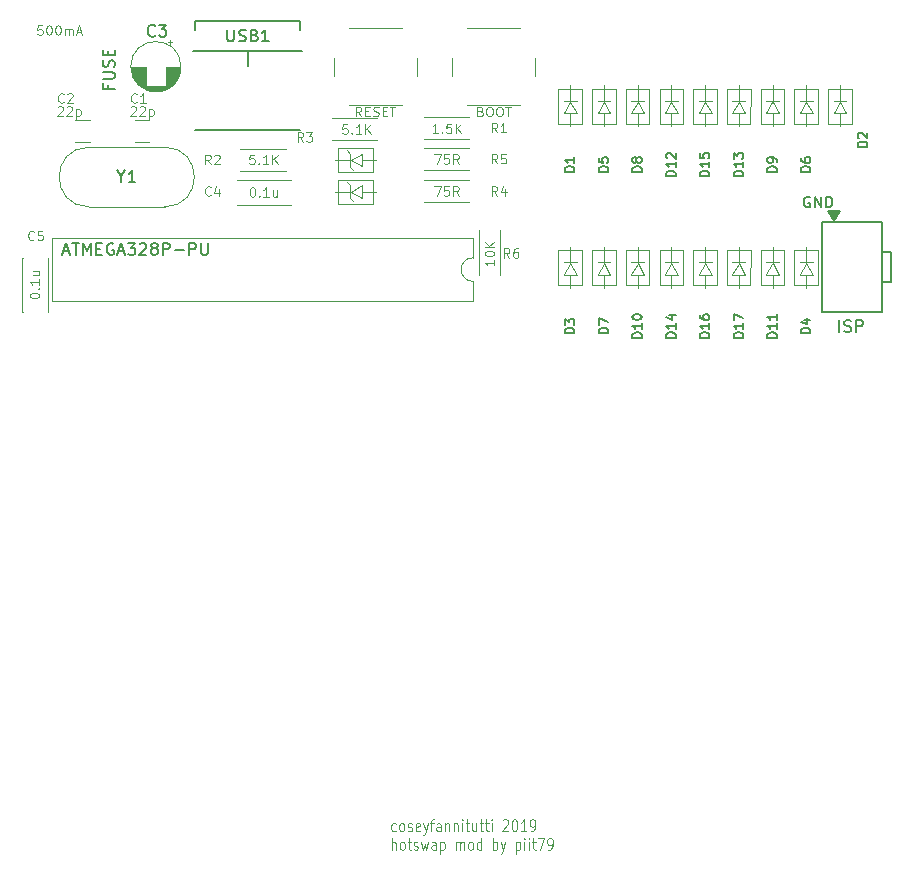
<source format=gbr>
%TF.GenerationSoftware,KiCad,Pcbnew,5.1.7-a382d34a8~88~ubuntu20.04.1*%
%TF.CreationDate,2021-03-29T23:27:39+02:00*%
%TF.ProjectId,discipad-pro,64697363-6970-4616-942d-70726f2e6b69,rev?*%
%TF.SameCoordinates,Original*%
%TF.FileFunction,Legend,Top*%
%TF.FilePolarity,Positive*%
%FSLAX46Y46*%
G04 Gerber Fmt 4.6, Leading zero omitted, Abs format (unit mm)*
G04 Created by KiCad (PCBNEW 5.1.7-a382d34a8~88~ubuntu20.04.1) date 2021-03-29 23:27:39*
%MOMM*%
%LPD*%
G01*
G04 APERTURE LIST*
%ADD10C,0.150000*%
%ADD11C,0.120000*%
%ADD12C,0.100000*%
%ADD13C,0.075000*%
%ADD14C,0.203200*%
%ADD15C,0.200000*%
G04 APERTURE END LIST*
D10*
X177500009Y-41396920D02*
X177500009Y-40396920D01*
X177928580Y-41349301D02*
X178071438Y-41396920D01*
X178309533Y-41396920D01*
X178404771Y-41349301D01*
X178452390Y-41301682D01*
X178500009Y-41206444D01*
X178500009Y-41111206D01*
X178452390Y-41015968D01*
X178404771Y-40968349D01*
X178309533Y-40920730D01*
X178119057Y-40873111D01*
X178023819Y-40825492D01*
X177976200Y-40777873D01*
X177928580Y-40682635D01*
X177928580Y-40587397D01*
X177976200Y-40492159D01*
X178023819Y-40444540D01*
X178119057Y-40396920D01*
X178357152Y-40396920D01*
X178500009Y-40444540D01*
X178928580Y-41396920D02*
X178928580Y-40396920D01*
X179309533Y-40396920D01*
X179404771Y-40444540D01*
X179452390Y-40492159D01*
X179500009Y-40587397D01*
X179500009Y-40730254D01*
X179452390Y-40825492D01*
X179404771Y-40873111D01*
X179309533Y-40920730D01*
X178928580Y-40920730D01*
G36*
X177058889Y-31968237D02*
G01*
X176533959Y-31180842D01*
X177531326Y-31180842D01*
X177058889Y-31968237D01*
G37*
X177058889Y-31968237D02*
X176533959Y-31180842D01*
X177531326Y-31180842D01*
X177058889Y-31968237D01*
X175008356Y-29995940D02*
X174922642Y-29953082D01*
X174794071Y-29953082D01*
X174665499Y-29995940D01*
X174579785Y-30081654D01*
X174536928Y-30167368D01*
X174494071Y-30338797D01*
X174494071Y-30467368D01*
X174536928Y-30638797D01*
X174579785Y-30724511D01*
X174665499Y-30810225D01*
X174794071Y-30853082D01*
X174879785Y-30853082D01*
X175008356Y-30810225D01*
X175051213Y-30767368D01*
X175051213Y-30467368D01*
X174879785Y-30467368D01*
X175436928Y-30853082D02*
X175436928Y-29953082D01*
X175951213Y-30853082D01*
X175951213Y-29953082D01*
X176379785Y-30853082D02*
X176379785Y-29953082D01*
X176594071Y-29953082D01*
X176722642Y-29995940D01*
X176808356Y-30081654D01*
X176851213Y-30167368D01*
X176894071Y-30338797D01*
X176894071Y-30467368D01*
X176851213Y-30638797D01*
X176808356Y-30724511D01*
X176722642Y-30810225D01*
X176594071Y-30853082D01*
X176379785Y-30853082D01*
D11*
X136064831Y-26291931D02*
X135802366Y-26029466D01*
X136324321Y-30340954D02*
X136061856Y-30078489D01*
X136061856Y-28976136D02*
X135799391Y-28713671D01*
X136324321Y-27663811D02*
X136061856Y-27401346D01*
D10*
X111793661Y-34585231D02*
X112269852Y-34585231D01*
X111698423Y-34870945D02*
X112031757Y-33870945D01*
X112365090Y-34870945D01*
X112555566Y-33870945D02*
X113126995Y-33870945D01*
X112841280Y-34870945D02*
X112841280Y-33870945D01*
X113460328Y-34870945D02*
X113460328Y-33870945D01*
X113793661Y-34585231D01*
X114126995Y-33870945D01*
X114126995Y-34870945D01*
X114603185Y-34347136D02*
X114936519Y-34347136D01*
X115079376Y-34870945D02*
X114603185Y-34870945D01*
X114603185Y-33870945D01*
X115079376Y-33870945D01*
X116031757Y-33918565D02*
X115936519Y-33870945D01*
X115793661Y-33870945D01*
X115650804Y-33918565D01*
X115555566Y-34013803D01*
X115507947Y-34109041D01*
X115460328Y-34299517D01*
X115460328Y-34442374D01*
X115507947Y-34632850D01*
X115555566Y-34728088D01*
X115650804Y-34823326D01*
X115793661Y-34870945D01*
X115888899Y-34870945D01*
X116031757Y-34823326D01*
X116079376Y-34775707D01*
X116079376Y-34442374D01*
X115888899Y-34442374D01*
X116460328Y-34585231D02*
X116936519Y-34585231D01*
X116365090Y-34870945D02*
X116698423Y-33870945D01*
X117031757Y-34870945D01*
X117269852Y-33870945D02*
X117888899Y-33870945D01*
X117555566Y-34251898D01*
X117698423Y-34251898D01*
X117793661Y-34299517D01*
X117841280Y-34347136D01*
X117888899Y-34442374D01*
X117888899Y-34680469D01*
X117841280Y-34775707D01*
X117793661Y-34823326D01*
X117698423Y-34870945D01*
X117412709Y-34870945D01*
X117317471Y-34823326D01*
X117269852Y-34775707D01*
X118269852Y-33966184D02*
X118317471Y-33918565D01*
X118412709Y-33870945D01*
X118650804Y-33870945D01*
X118746042Y-33918565D01*
X118793661Y-33966184D01*
X118841280Y-34061422D01*
X118841280Y-34156660D01*
X118793661Y-34299517D01*
X118222233Y-34870945D01*
X118841280Y-34870945D01*
X119412709Y-34299517D02*
X119317471Y-34251898D01*
X119269852Y-34204279D01*
X119222233Y-34109041D01*
X119222233Y-34061422D01*
X119269852Y-33966184D01*
X119317471Y-33918565D01*
X119412709Y-33870945D01*
X119603185Y-33870945D01*
X119698423Y-33918565D01*
X119746042Y-33966184D01*
X119793661Y-34061422D01*
X119793661Y-34109041D01*
X119746042Y-34204279D01*
X119698423Y-34251898D01*
X119603185Y-34299517D01*
X119412709Y-34299517D01*
X119317471Y-34347136D01*
X119269852Y-34394755D01*
X119222233Y-34489993D01*
X119222233Y-34680469D01*
X119269852Y-34775707D01*
X119317471Y-34823326D01*
X119412709Y-34870945D01*
X119603185Y-34870945D01*
X119698423Y-34823326D01*
X119746042Y-34775707D01*
X119793661Y-34680469D01*
X119793661Y-34489993D01*
X119746042Y-34394755D01*
X119698423Y-34347136D01*
X119603185Y-34299517D01*
X120222233Y-34870945D02*
X120222233Y-33870945D01*
X120603185Y-33870945D01*
X120698423Y-33918565D01*
X120746042Y-33966184D01*
X120793661Y-34061422D01*
X120793661Y-34204279D01*
X120746042Y-34299517D01*
X120698423Y-34347136D01*
X120603185Y-34394755D01*
X120222233Y-34394755D01*
X121222233Y-34489993D02*
X121984138Y-34489993D01*
X122460328Y-34870945D02*
X122460328Y-33870945D01*
X122841280Y-33870945D01*
X122936519Y-33918565D01*
X122984138Y-33966184D01*
X123031757Y-34061422D01*
X123031757Y-34204279D01*
X122984138Y-34299517D01*
X122936519Y-34347136D01*
X122841280Y-34394755D01*
X122460328Y-34394755D01*
X123460328Y-33870945D02*
X123460328Y-34680469D01*
X123507947Y-34775707D01*
X123555566Y-34823326D01*
X123650804Y-34870945D01*
X123841280Y-34870945D01*
X123936519Y-34823326D01*
X123984138Y-34775707D01*
X124031757Y-34680469D01*
X124031757Y-33870945D01*
D12*
X147122344Y-22725252D02*
X147236630Y-22763347D01*
X147274725Y-22801442D01*
X147312820Y-22877633D01*
X147312820Y-22991918D01*
X147274725Y-23068109D01*
X147236630Y-23106204D01*
X147160439Y-23144299D01*
X146855678Y-23144299D01*
X146855678Y-22344299D01*
X147122344Y-22344299D01*
X147198535Y-22382395D01*
X147236630Y-22420490D01*
X147274725Y-22496680D01*
X147274725Y-22572871D01*
X147236630Y-22649061D01*
X147198535Y-22687156D01*
X147122344Y-22725252D01*
X146855678Y-22725252D01*
X147808059Y-22344299D02*
X147960439Y-22344299D01*
X148036630Y-22382395D01*
X148112820Y-22458585D01*
X148150916Y-22610966D01*
X148150916Y-22877633D01*
X148112820Y-23030014D01*
X148036630Y-23106204D01*
X147960439Y-23144299D01*
X147808059Y-23144299D01*
X147731868Y-23106204D01*
X147655678Y-23030014D01*
X147617582Y-22877633D01*
X147617582Y-22610966D01*
X147655678Y-22458585D01*
X147731868Y-22382395D01*
X147808059Y-22344299D01*
X148646154Y-22344299D02*
X148798535Y-22344299D01*
X148874725Y-22382395D01*
X148950916Y-22458585D01*
X148989011Y-22610966D01*
X148989011Y-22877633D01*
X148950916Y-23030014D01*
X148874725Y-23106204D01*
X148798535Y-23144299D01*
X148646154Y-23144299D01*
X148569963Y-23106204D01*
X148493773Y-23030014D01*
X148455678Y-22877633D01*
X148455678Y-22610966D01*
X148493773Y-22458585D01*
X148569963Y-22382395D01*
X148646154Y-22344299D01*
X149217582Y-22344299D02*
X149674725Y-22344299D01*
X149446154Y-23144299D02*
X149446154Y-22344299D01*
X137002302Y-23126801D02*
X136735635Y-22745849D01*
X136545159Y-23126801D02*
X136545159Y-22326801D01*
X136849921Y-22326801D01*
X136926111Y-22364897D01*
X136964207Y-22402992D01*
X137002302Y-22479182D01*
X137002302Y-22593468D01*
X136964207Y-22669658D01*
X136926111Y-22707754D01*
X136849921Y-22745849D01*
X136545159Y-22745849D01*
X137345159Y-22707754D02*
X137611826Y-22707754D01*
X137726111Y-23126801D02*
X137345159Y-23126801D01*
X137345159Y-22326801D01*
X137726111Y-22326801D01*
X138030873Y-23088706D02*
X138145159Y-23126801D01*
X138335635Y-23126801D01*
X138411826Y-23088706D01*
X138449921Y-23050611D01*
X138488016Y-22974420D01*
X138488016Y-22898230D01*
X138449921Y-22822039D01*
X138411826Y-22783944D01*
X138335635Y-22745849D01*
X138183254Y-22707754D01*
X138107064Y-22669658D01*
X138068968Y-22631563D01*
X138030873Y-22555373D01*
X138030873Y-22479182D01*
X138068968Y-22402992D01*
X138107064Y-22364897D01*
X138183254Y-22326801D01*
X138373730Y-22326801D01*
X138488016Y-22364897D01*
X138830873Y-22707754D02*
X139097540Y-22707754D01*
X139211826Y-23126801D02*
X138830873Y-23126801D01*
X138830873Y-22326801D01*
X139211826Y-22326801D01*
X139440397Y-22326801D02*
X139897540Y-22326801D01*
X139668968Y-23126801D02*
X139668968Y-22326801D01*
D13*
X139953576Y-83616754D02*
X139877385Y-83664373D01*
X139725004Y-83664373D01*
X139648814Y-83616754D01*
X139610719Y-83569135D01*
X139572623Y-83473897D01*
X139572623Y-83188183D01*
X139610719Y-83092945D01*
X139648814Y-83045326D01*
X139725004Y-82997707D01*
X139877385Y-82997707D01*
X139953576Y-83045326D01*
X140410719Y-83664373D02*
X140334528Y-83616754D01*
X140296433Y-83569135D01*
X140258338Y-83473897D01*
X140258338Y-83188183D01*
X140296433Y-83092945D01*
X140334528Y-83045326D01*
X140410719Y-82997707D01*
X140525004Y-82997707D01*
X140601195Y-83045326D01*
X140639290Y-83092945D01*
X140677385Y-83188183D01*
X140677385Y-83473897D01*
X140639290Y-83569135D01*
X140601195Y-83616754D01*
X140525004Y-83664373D01*
X140410719Y-83664373D01*
X140982147Y-83616754D02*
X141058338Y-83664373D01*
X141210719Y-83664373D01*
X141286909Y-83616754D01*
X141325004Y-83521516D01*
X141325004Y-83473897D01*
X141286909Y-83378659D01*
X141210719Y-83331040D01*
X141096433Y-83331040D01*
X141020243Y-83283421D01*
X140982147Y-83188183D01*
X140982147Y-83140564D01*
X141020243Y-83045326D01*
X141096433Y-82997707D01*
X141210719Y-82997707D01*
X141286909Y-83045326D01*
X141972623Y-83616754D02*
X141896433Y-83664373D01*
X141744052Y-83664373D01*
X141667862Y-83616754D01*
X141629766Y-83521516D01*
X141629766Y-83140564D01*
X141667862Y-83045326D01*
X141744052Y-82997707D01*
X141896433Y-82997707D01*
X141972623Y-83045326D01*
X142010719Y-83140564D01*
X142010719Y-83235802D01*
X141629766Y-83331040D01*
X142277385Y-82997707D02*
X142467862Y-83664373D01*
X142658338Y-82997707D02*
X142467862Y-83664373D01*
X142391671Y-83902469D01*
X142353576Y-83950088D01*
X142277385Y-83997707D01*
X142848814Y-82997707D02*
X143153576Y-82997707D01*
X142963100Y-83664373D02*
X142963100Y-82807231D01*
X143001195Y-82711993D01*
X143077385Y-82664373D01*
X143153576Y-82664373D01*
X143763100Y-83664373D02*
X143763100Y-83140564D01*
X143725004Y-83045326D01*
X143648814Y-82997707D01*
X143496433Y-82997707D01*
X143420243Y-83045326D01*
X143763100Y-83616754D02*
X143686909Y-83664373D01*
X143496433Y-83664373D01*
X143420243Y-83616754D01*
X143382147Y-83521516D01*
X143382147Y-83426278D01*
X143420243Y-83331040D01*
X143496433Y-83283421D01*
X143686909Y-83283421D01*
X143763100Y-83235802D01*
X144144052Y-82997707D02*
X144144052Y-83664373D01*
X144144052Y-83092945D02*
X144182147Y-83045326D01*
X144258338Y-82997707D01*
X144372623Y-82997707D01*
X144448814Y-83045326D01*
X144486909Y-83140564D01*
X144486909Y-83664373D01*
X144867862Y-82997707D02*
X144867862Y-83664373D01*
X144867862Y-83092945D02*
X144905957Y-83045326D01*
X144982147Y-82997707D01*
X145096433Y-82997707D01*
X145172623Y-83045326D01*
X145210719Y-83140564D01*
X145210719Y-83664373D01*
X145591671Y-83664373D02*
X145591671Y-82997707D01*
X145591671Y-82664373D02*
X145553576Y-82711993D01*
X145591671Y-82759612D01*
X145629766Y-82711993D01*
X145591671Y-82664373D01*
X145591671Y-82759612D01*
X145858338Y-82997707D02*
X146163100Y-82997707D01*
X145972623Y-82664373D02*
X145972623Y-83521516D01*
X146010719Y-83616754D01*
X146086909Y-83664373D01*
X146163100Y-83664373D01*
X146772623Y-82997707D02*
X146772623Y-83664373D01*
X146429766Y-82997707D02*
X146429766Y-83521516D01*
X146467862Y-83616754D01*
X146544052Y-83664373D01*
X146658338Y-83664373D01*
X146734528Y-83616754D01*
X146772623Y-83569135D01*
X147039290Y-82997707D02*
X147344052Y-82997707D01*
X147153576Y-82664373D02*
X147153576Y-83521516D01*
X147191671Y-83616754D01*
X147267862Y-83664373D01*
X147344052Y-83664373D01*
X147496433Y-82997707D02*
X147801195Y-82997707D01*
X147610719Y-82664373D02*
X147610719Y-83521516D01*
X147648814Y-83616754D01*
X147725004Y-83664373D01*
X147801195Y-83664373D01*
X148067862Y-83664373D02*
X148067862Y-82997707D01*
X148067862Y-82664373D02*
X148029766Y-82711993D01*
X148067862Y-82759612D01*
X148105957Y-82711993D01*
X148067862Y-82664373D01*
X148067862Y-82759612D01*
X149020243Y-82759612D02*
X149058338Y-82711993D01*
X149134528Y-82664373D01*
X149325004Y-82664373D01*
X149401195Y-82711993D01*
X149439290Y-82759612D01*
X149477385Y-82854850D01*
X149477385Y-82950088D01*
X149439290Y-83092945D01*
X148982147Y-83664373D01*
X149477385Y-83664373D01*
X149972623Y-82664373D02*
X150048814Y-82664373D01*
X150125004Y-82711993D01*
X150163100Y-82759612D01*
X150201195Y-82854850D01*
X150239290Y-83045326D01*
X150239290Y-83283421D01*
X150201195Y-83473897D01*
X150163100Y-83569135D01*
X150125004Y-83616754D01*
X150048814Y-83664373D01*
X149972623Y-83664373D01*
X149896433Y-83616754D01*
X149858338Y-83569135D01*
X149820243Y-83473897D01*
X149782147Y-83283421D01*
X149782147Y-83045326D01*
X149820243Y-82854850D01*
X149858338Y-82759612D01*
X149896433Y-82711993D01*
X149972623Y-82664373D01*
X151001195Y-83664373D02*
X150544052Y-83664373D01*
X150772623Y-83664373D02*
X150772623Y-82664373D01*
X150696433Y-82807231D01*
X150620243Y-82902469D01*
X150544052Y-82950088D01*
X151382147Y-83664373D02*
X151534528Y-83664373D01*
X151610719Y-83616754D01*
X151648814Y-83569135D01*
X151725004Y-83426278D01*
X151763100Y-83235802D01*
X151763100Y-82854850D01*
X151725004Y-82759612D01*
X151686909Y-82711993D01*
X151610719Y-82664373D01*
X151458338Y-82664373D01*
X151382147Y-82711993D01*
X151344052Y-82759612D01*
X151305957Y-82854850D01*
X151305957Y-83092945D01*
X151344052Y-83188183D01*
X151382147Y-83235802D01*
X151458338Y-83283421D01*
X151610719Y-83283421D01*
X151686909Y-83235802D01*
X151725004Y-83188183D01*
X151763100Y-83092945D01*
X139610719Y-85239373D02*
X139610719Y-84239373D01*
X139953576Y-85239373D02*
X139953576Y-84715564D01*
X139915481Y-84620326D01*
X139839290Y-84572707D01*
X139725004Y-84572707D01*
X139648814Y-84620326D01*
X139610719Y-84667945D01*
X140448814Y-85239373D02*
X140372623Y-85191754D01*
X140334528Y-85144135D01*
X140296433Y-85048897D01*
X140296433Y-84763183D01*
X140334528Y-84667945D01*
X140372623Y-84620326D01*
X140448814Y-84572707D01*
X140563100Y-84572707D01*
X140639290Y-84620326D01*
X140677385Y-84667945D01*
X140715481Y-84763183D01*
X140715481Y-85048897D01*
X140677385Y-85144135D01*
X140639290Y-85191754D01*
X140563100Y-85239373D01*
X140448814Y-85239373D01*
X140944052Y-84572707D02*
X141248814Y-84572707D01*
X141058338Y-84239373D02*
X141058338Y-85096516D01*
X141096433Y-85191754D01*
X141172623Y-85239373D01*
X141248814Y-85239373D01*
X141477385Y-85191754D02*
X141553576Y-85239373D01*
X141705957Y-85239373D01*
X141782147Y-85191754D01*
X141820243Y-85096516D01*
X141820243Y-85048897D01*
X141782147Y-84953659D01*
X141705957Y-84906040D01*
X141591671Y-84906040D01*
X141515481Y-84858421D01*
X141477385Y-84763183D01*
X141477385Y-84715564D01*
X141515481Y-84620326D01*
X141591671Y-84572707D01*
X141705957Y-84572707D01*
X141782147Y-84620326D01*
X142086909Y-84572707D02*
X142239290Y-85239373D01*
X142391671Y-84763183D01*
X142544052Y-85239373D01*
X142696433Y-84572707D01*
X143344052Y-85239373D02*
X143344052Y-84715564D01*
X143305957Y-84620326D01*
X143229766Y-84572707D01*
X143077385Y-84572707D01*
X143001195Y-84620326D01*
X143344052Y-85191754D02*
X143267862Y-85239373D01*
X143077385Y-85239373D01*
X143001195Y-85191754D01*
X142963100Y-85096516D01*
X142963100Y-85001278D01*
X143001195Y-84906040D01*
X143077385Y-84858421D01*
X143267862Y-84858421D01*
X143344052Y-84810802D01*
X143725004Y-84572707D02*
X143725004Y-85572707D01*
X143725004Y-84620326D02*
X143801195Y-84572707D01*
X143953576Y-84572707D01*
X144029766Y-84620326D01*
X144067862Y-84667945D01*
X144105957Y-84763183D01*
X144105957Y-85048897D01*
X144067862Y-85144135D01*
X144029766Y-85191754D01*
X143953576Y-85239373D01*
X143801195Y-85239373D01*
X143725004Y-85191754D01*
X145058338Y-85239373D02*
X145058338Y-84572707D01*
X145058338Y-84667945D02*
X145096433Y-84620326D01*
X145172623Y-84572707D01*
X145286909Y-84572707D01*
X145363100Y-84620326D01*
X145401195Y-84715564D01*
X145401195Y-85239373D01*
X145401195Y-84715564D02*
X145439290Y-84620326D01*
X145515481Y-84572707D01*
X145629766Y-84572707D01*
X145705957Y-84620326D01*
X145744052Y-84715564D01*
X145744052Y-85239373D01*
X146239290Y-85239373D02*
X146163100Y-85191754D01*
X146125004Y-85144135D01*
X146086909Y-85048897D01*
X146086909Y-84763183D01*
X146125004Y-84667945D01*
X146163100Y-84620326D01*
X146239290Y-84572707D01*
X146353576Y-84572707D01*
X146429766Y-84620326D01*
X146467862Y-84667945D01*
X146505957Y-84763183D01*
X146505957Y-85048897D01*
X146467862Y-85144135D01*
X146429766Y-85191754D01*
X146353576Y-85239373D01*
X146239290Y-85239373D01*
X147191671Y-85239373D02*
X147191671Y-84239373D01*
X147191671Y-85191754D02*
X147115481Y-85239373D01*
X146963100Y-85239373D01*
X146886909Y-85191754D01*
X146848814Y-85144135D01*
X146810719Y-85048897D01*
X146810719Y-84763183D01*
X146848814Y-84667945D01*
X146886909Y-84620326D01*
X146963100Y-84572707D01*
X147115481Y-84572707D01*
X147191671Y-84620326D01*
X148182147Y-85239373D02*
X148182147Y-84239373D01*
X148182147Y-84620326D02*
X148258338Y-84572707D01*
X148410719Y-84572707D01*
X148486909Y-84620326D01*
X148525004Y-84667945D01*
X148563100Y-84763183D01*
X148563100Y-85048897D01*
X148525004Y-85144135D01*
X148486909Y-85191754D01*
X148410719Y-85239373D01*
X148258338Y-85239373D01*
X148182147Y-85191754D01*
X148829766Y-84572707D02*
X149020243Y-85239373D01*
X149210719Y-84572707D02*
X149020243Y-85239373D01*
X148944052Y-85477469D01*
X148905957Y-85525088D01*
X148829766Y-85572707D01*
X150125004Y-84572707D02*
X150125004Y-85572707D01*
X150125004Y-84620326D02*
X150201195Y-84572707D01*
X150353576Y-84572707D01*
X150429766Y-84620326D01*
X150467862Y-84667945D01*
X150505957Y-84763183D01*
X150505957Y-85048897D01*
X150467862Y-85144135D01*
X150429766Y-85191754D01*
X150353576Y-85239373D01*
X150201195Y-85239373D01*
X150125004Y-85191754D01*
X150848814Y-85239373D02*
X150848814Y-84572707D01*
X150848814Y-84239373D02*
X150810719Y-84286993D01*
X150848814Y-84334612D01*
X150886909Y-84286993D01*
X150848814Y-84239373D01*
X150848814Y-84334612D01*
X151229766Y-85239373D02*
X151229766Y-84572707D01*
X151229766Y-84239373D02*
X151191671Y-84286993D01*
X151229766Y-84334612D01*
X151267862Y-84286993D01*
X151229766Y-84239373D01*
X151229766Y-84334612D01*
X151496433Y-84572707D02*
X151801195Y-84572707D01*
X151610719Y-84239373D02*
X151610719Y-85096516D01*
X151648814Y-85191754D01*
X151725004Y-85239373D01*
X151801195Y-85239373D01*
X151991671Y-84239373D02*
X152525004Y-84239373D01*
X152182147Y-85239373D01*
X152867862Y-85239373D02*
X153020243Y-85239373D01*
X153096433Y-85191754D01*
X153134528Y-85144135D01*
X153210719Y-85001278D01*
X153248814Y-84810802D01*
X153248814Y-84429850D01*
X153210719Y-84334612D01*
X153172623Y-84286993D01*
X153096433Y-84239373D01*
X152944052Y-84239373D01*
X152867862Y-84286993D01*
X152829766Y-84334612D01*
X152791671Y-84429850D01*
X152791671Y-84667945D01*
X152829766Y-84763183D01*
X152867862Y-84810802D01*
X152944052Y-84858421D01*
X153096433Y-84858421D01*
X153172623Y-84810802D01*
X153210719Y-84763183D01*
X153248814Y-84667945D01*
D11*
X151720929Y-19693091D02*
X151720929Y-18193091D01*
X150470929Y-15693091D02*
X145970929Y-15693091D01*
X144720929Y-18193091D02*
X144720929Y-19693091D01*
X145970929Y-22193091D02*
X150470929Y-22193091D01*
X176550923Y-20797330D02*
X176550923Y-23767330D01*
X178550923Y-20787330D02*
X178540923Y-23777330D01*
X176550923Y-23777330D02*
X178540923Y-23777330D01*
X177560923Y-23987330D02*
X177560923Y-22867330D01*
X177560923Y-20527330D02*
X177560923Y-21807330D01*
X176550923Y-20787330D02*
X178550923Y-20787330D01*
X177560923Y-21917330D02*
X178100923Y-22867330D01*
X177550923Y-21927330D02*
X177020923Y-22837330D01*
X177020923Y-22867330D02*
X178100923Y-22867330D01*
X177020923Y-21817330D02*
X178100923Y-21817330D01*
X173696610Y-34478743D02*
X173696610Y-37448743D01*
X175696610Y-34468743D02*
X175686610Y-37458743D01*
X173696610Y-37458743D02*
X175686610Y-37458743D01*
X174706610Y-37668743D02*
X174706610Y-36548743D01*
X174706610Y-34208743D02*
X174706610Y-35488743D01*
X173696610Y-34468743D02*
X175696610Y-34468743D01*
X174706610Y-35598743D02*
X175246610Y-36548743D01*
X174696610Y-35608743D02*
X174166610Y-36518743D01*
X174166610Y-36548743D02*
X175246610Y-36548743D01*
X174166610Y-35498743D02*
X175246610Y-35498743D01*
X170842297Y-34478743D02*
X170842297Y-37448743D01*
X172842297Y-34468743D02*
X172832297Y-37458743D01*
X170842297Y-37458743D02*
X172832297Y-37458743D01*
X171852297Y-37668743D02*
X171852297Y-36548743D01*
X171852297Y-34208743D02*
X171852297Y-35488743D01*
X170842297Y-34468743D02*
X172842297Y-34468743D01*
X171852297Y-35598743D02*
X172392297Y-36548743D01*
X171842297Y-35608743D02*
X171312297Y-36518743D01*
X171312297Y-36548743D02*
X172392297Y-36548743D01*
X171312297Y-35498743D02*
X172392297Y-35498743D01*
X167987991Y-34478743D02*
X167987991Y-37448743D01*
X169987991Y-34468743D02*
X169977991Y-37458743D01*
X167987991Y-37458743D02*
X169977991Y-37458743D01*
X168997991Y-37668743D02*
X168997991Y-36548743D01*
X168997991Y-34208743D02*
X168997991Y-35488743D01*
X167987991Y-34468743D02*
X169987991Y-34468743D01*
X168997991Y-35598743D02*
X169537991Y-36548743D01*
X168987991Y-35608743D02*
X168457991Y-36518743D01*
X168457991Y-36548743D02*
X169537991Y-36548743D01*
X168457991Y-35498743D02*
X169537991Y-35498743D01*
X165133685Y-34478743D02*
X165133685Y-37448743D01*
X167133685Y-34468743D02*
X167123685Y-37458743D01*
X165133685Y-37458743D02*
X167123685Y-37458743D01*
X166143685Y-37668743D02*
X166143685Y-36548743D01*
X166143685Y-34208743D02*
X166143685Y-35488743D01*
X165133685Y-34468743D02*
X167133685Y-34468743D01*
X166143685Y-35598743D02*
X166683685Y-36548743D01*
X166133685Y-35608743D02*
X165603685Y-36518743D01*
X165603685Y-36548743D02*
X166683685Y-36548743D01*
X165603685Y-35498743D02*
X166683685Y-35498743D01*
X162279379Y-34478743D02*
X162279379Y-37448743D01*
X164279379Y-34468743D02*
X164269379Y-37458743D01*
X162279379Y-37458743D02*
X164269379Y-37458743D01*
X163289379Y-37668743D02*
X163289379Y-36548743D01*
X163289379Y-34208743D02*
X163289379Y-35488743D01*
X162279379Y-34468743D02*
X164279379Y-34468743D01*
X163289379Y-35598743D02*
X163829379Y-36548743D01*
X163279379Y-35608743D02*
X162749379Y-36518743D01*
X162749379Y-36548743D02*
X163829379Y-36548743D01*
X162749379Y-35498743D02*
X163829379Y-35498743D01*
X159425073Y-34478743D02*
X159425073Y-37448743D01*
X161425073Y-34468743D02*
X161415073Y-37458743D01*
X159425073Y-37458743D02*
X161415073Y-37458743D01*
X160435073Y-37668743D02*
X160435073Y-36548743D01*
X160435073Y-34208743D02*
X160435073Y-35488743D01*
X159425073Y-34468743D02*
X161425073Y-34468743D01*
X160435073Y-35598743D02*
X160975073Y-36548743D01*
X160425073Y-35608743D02*
X159895073Y-36518743D01*
X159895073Y-36548743D02*
X160975073Y-36548743D01*
X159895073Y-35498743D02*
X160975073Y-35498743D01*
X156570767Y-34478743D02*
X156570767Y-37448743D01*
X158570767Y-34468743D02*
X158560767Y-37458743D01*
X156570767Y-37458743D02*
X158560767Y-37458743D01*
X157580767Y-37668743D02*
X157580767Y-36548743D01*
X157580767Y-34208743D02*
X157580767Y-35488743D01*
X156570767Y-34468743D02*
X158570767Y-34468743D01*
X157580767Y-35598743D02*
X158120767Y-36548743D01*
X157570767Y-35608743D02*
X157040767Y-36518743D01*
X157040767Y-36548743D02*
X158120767Y-36548743D01*
X157040767Y-35498743D02*
X158120767Y-35498743D01*
X153716461Y-34478743D02*
X153716461Y-37448743D01*
X155716461Y-34468743D02*
X155706461Y-37458743D01*
X153716461Y-37458743D02*
X155706461Y-37458743D01*
X154726461Y-37668743D02*
X154726461Y-36548743D01*
X154726461Y-34208743D02*
X154726461Y-35488743D01*
X153716461Y-34468743D02*
X155716461Y-34468743D01*
X154726461Y-35598743D02*
X155266461Y-36548743D01*
X154716461Y-35608743D02*
X154186461Y-36518743D01*
X154186461Y-36548743D02*
X155266461Y-36548743D01*
X154186461Y-35498743D02*
X155266461Y-35498743D01*
X173696610Y-20797330D02*
X173696610Y-23767330D01*
X175696610Y-20787330D02*
X175686610Y-23777330D01*
X173696610Y-23777330D02*
X175686610Y-23777330D01*
X174706610Y-23987330D02*
X174706610Y-22867330D01*
X174706610Y-20527330D02*
X174706610Y-21807330D01*
X173696610Y-20787330D02*
X175696610Y-20787330D01*
X174706610Y-21917330D02*
X175246610Y-22867330D01*
X174696610Y-21927330D02*
X174166610Y-22837330D01*
X174166610Y-22867330D02*
X175246610Y-22867330D01*
X174166610Y-21817330D02*
X175246610Y-21817330D01*
X170842297Y-20797330D02*
X170842297Y-23767330D01*
X172842297Y-20787330D02*
X172832297Y-23777330D01*
X170842297Y-23777330D02*
X172832297Y-23777330D01*
X171852297Y-23987330D02*
X171852297Y-22867330D01*
X171852297Y-20527330D02*
X171852297Y-21807330D01*
X170842297Y-20787330D02*
X172842297Y-20787330D01*
X171852297Y-21917330D02*
X172392297Y-22867330D01*
X171842297Y-21927330D02*
X171312297Y-22837330D01*
X171312297Y-22867330D02*
X172392297Y-22867330D01*
X171312297Y-21817330D02*
X172392297Y-21817330D01*
X167987991Y-20797330D02*
X167987991Y-23767330D01*
X169987991Y-20787330D02*
X169977991Y-23777330D01*
X167987991Y-23777330D02*
X169977991Y-23777330D01*
X168997991Y-23987330D02*
X168997991Y-22867330D01*
X168997991Y-20527330D02*
X168997991Y-21807330D01*
X167987991Y-20787330D02*
X169987991Y-20787330D01*
X168997991Y-21917330D02*
X169537991Y-22867330D01*
X168987991Y-21927330D02*
X168457991Y-22837330D01*
X168457991Y-22867330D02*
X169537991Y-22867330D01*
X168457991Y-21817330D02*
X169537991Y-21817330D01*
X165133685Y-20797330D02*
X165133685Y-23767330D01*
X167133685Y-20787330D02*
X167123685Y-23777330D01*
X165133685Y-23777330D02*
X167123685Y-23777330D01*
X166143685Y-23987330D02*
X166143685Y-22867330D01*
X166143685Y-20527330D02*
X166143685Y-21807330D01*
X165133685Y-20787330D02*
X167133685Y-20787330D01*
X166143685Y-21917330D02*
X166683685Y-22867330D01*
X166133685Y-21927330D02*
X165603685Y-22837330D01*
X165603685Y-22867330D02*
X166683685Y-22867330D01*
X165603685Y-21817330D02*
X166683685Y-21817330D01*
X162279379Y-20797330D02*
X162279379Y-23767330D01*
X164279379Y-20787330D02*
X164269379Y-23777330D01*
X162279379Y-23777330D02*
X164269379Y-23777330D01*
X163289379Y-23987330D02*
X163289379Y-22867330D01*
X163289379Y-20527330D02*
X163289379Y-21807330D01*
X162279379Y-20787330D02*
X164279379Y-20787330D01*
X163289379Y-21917330D02*
X163829379Y-22867330D01*
X163279379Y-21927330D02*
X162749379Y-22837330D01*
X162749379Y-22867330D02*
X163829379Y-22867330D01*
X162749379Y-21817330D02*
X163829379Y-21817330D01*
X159425073Y-20797330D02*
X159425073Y-23767330D01*
X161425073Y-20787330D02*
X161415073Y-23777330D01*
X159425073Y-23777330D02*
X161415073Y-23777330D01*
X160435073Y-23987330D02*
X160435073Y-22867330D01*
X160435073Y-20527330D02*
X160435073Y-21807330D01*
X159425073Y-20787330D02*
X161425073Y-20787330D01*
X160435073Y-21917330D02*
X160975073Y-22867330D01*
X160425073Y-21927330D02*
X159895073Y-22837330D01*
X159895073Y-22867330D02*
X160975073Y-22867330D01*
X159895073Y-21817330D02*
X160975073Y-21817330D01*
X156570767Y-20797330D02*
X156570767Y-23767330D01*
X158570767Y-20787330D02*
X158560767Y-23777330D01*
X156570767Y-23777330D02*
X158560767Y-23777330D01*
X157580767Y-23987330D02*
X157580767Y-22867330D01*
X157580767Y-20527330D02*
X157580767Y-21807330D01*
X156570767Y-20787330D02*
X158570767Y-20787330D01*
X157580767Y-21917330D02*
X158120767Y-22867330D01*
X157570767Y-21927330D02*
X157040767Y-22837330D01*
X157040767Y-22867330D02*
X158120767Y-22867330D01*
X157040767Y-21817330D02*
X158120767Y-21817330D01*
X153716461Y-20797330D02*
X153716461Y-23767330D01*
X155716461Y-20787330D02*
X155706461Y-23777330D01*
X153716461Y-23777330D02*
X155706461Y-23777330D01*
X154726461Y-23987330D02*
X154726461Y-22867330D01*
X154726461Y-20527330D02*
X154726461Y-21807330D01*
X153716461Y-20787330D02*
X155716461Y-20787330D01*
X154726461Y-21917330D02*
X155266461Y-22867330D01*
X154716461Y-21927330D02*
X154186461Y-22837330D01*
X154186461Y-22867330D02*
X155266461Y-22867330D01*
X154186461Y-21817330D02*
X155266461Y-21817330D01*
X135044831Y-30536623D02*
X138014831Y-30536623D01*
X135034831Y-28536623D02*
X138024831Y-28546623D01*
X138024831Y-30536623D02*
X138024831Y-28546623D01*
X138234831Y-29526623D02*
X137114831Y-29526623D01*
X134774831Y-29526623D02*
X136054831Y-29526623D01*
X135034831Y-30536623D02*
X135034831Y-28536623D01*
X136164831Y-29526623D02*
X137114831Y-28986623D01*
X136174831Y-29536623D02*
X137084831Y-30066623D01*
X137114831Y-30066623D02*
X137114831Y-28986623D01*
X136064831Y-30066623D02*
X136064831Y-28986623D01*
X135044831Y-27841931D02*
X138014831Y-27841931D01*
X135034831Y-25841931D02*
X138024831Y-25851931D01*
X138024831Y-27841931D02*
X138024831Y-25851931D01*
X138234831Y-26831931D02*
X137114831Y-26831931D01*
X134774831Y-26831931D02*
X136054831Y-26831931D01*
X135034831Y-27841931D02*
X135034831Y-25841931D01*
X136164831Y-26831931D02*
X137114831Y-26291931D01*
X136174831Y-26841931D02*
X137084831Y-27371931D01*
X137114831Y-27371931D02*
X137114831Y-26291931D01*
X136064831Y-27371931D02*
X136064831Y-26291931D01*
X117840101Y-23489709D02*
X119098101Y-23489709D01*
X117840101Y-25329709D02*
X119098101Y-25329709D01*
X114043393Y-23472211D02*
X112785393Y-23472211D01*
X114043393Y-25312211D02*
X112785393Y-25312211D01*
X121753825Y-18930421D02*
G75*
G03*
X121753825Y-18930421I-2120000J0D01*
G01*
X118793825Y-18930421D02*
X117553825Y-18930421D01*
X121713825Y-18930421D02*
X120473825Y-18930421D01*
X118793825Y-18970421D02*
X117553825Y-18970421D01*
X121713825Y-18970421D02*
X120473825Y-18970421D01*
X118793825Y-19010421D02*
X117554825Y-19010421D01*
X121712825Y-19010421D02*
X120473825Y-19010421D01*
X121710825Y-19050421D02*
X120473825Y-19050421D01*
X118793825Y-19050421D02*
X117556825Y-19050421D01*
X121707825Y-19090421D02*
X120473825Y-19090421D01*
X118793825Y-19090421D02*
X117559825Y-19090421D01*
X121704825Y-19130421D02*
X120473825Y-19130421D01*
X118793825Y-19130421D02*
X117562825Y-19130421D01*
X121700825Y-19170421D02*
X120473825Y-19170421D01*
X118793825Y-19170421D02*
X117566825Y-19170421D01*
X121695825Y-19210421D02*
X120473825Y-19210421D01*
X118793825Y-19210421D02*
X117571825Y-19210421D01*
X121689825Y-19250421D02*
X120473825Y-19250421D01*
X118793825Y-19250421D02*
X117577825Y-19250421D01*
X121683825Y-19290421D02*
X120473825Y-19290421D01*
X118793825Y-19290421D02*
X117583825Y-19290421D01*
X121675825Y-19330421D02*
X120473825Y-19330421D01*
X118793825Y-19330421D02*
X117591825Y-19330421D01*
X121667825Y-19370421D02*
X120473825Y-19370421D01*
X118793825Y-19370421D02*
X117599825Y-19370421D01*
X121658825Y-19410421D02*
X120473825Y-19410421D01*
X118793825Y-19410421D02*
X117608825Y-19410421D01*
X121649825Y-19450421D02*
X120473825Y-19450421D01*
X118793825Y-19450421D02*
X117617825Y-19450421D01*
X121638825Y-19490421D02*
X120473825Y-19490421D01*
X118793825Y-19490421D02*
X117628825Y-19490421D01*
X121627825Y-19530421D02*
X120473825Y-19530421D01*
X118793825Y-19530421D02*
X117639825Y-19530421D01*
X121615825Y-19570421D02*
X120473825Y-19570421D01*
X118793825Y-19570421D02*
X117651825Y-19570421D01*
X121601825Y-19610421D02*
X120473825Y-19610421D01*
X118793825Y-19610421D02*
X117665825Y-19610421D01*
X121587825Y-19651421D02*
X120473825Y-19651421D01*
X118793825Y-19651421D02*
X117679825Y-19651421D01*
X121573825Y-19691421D02*
X120473825Y-19691421D01*
X118793825Y-19691421D02*
X117693825Y-19691421D01*
X121557825Y-19731421D02*
X120473825Y-19731421D01*
X118793825Y-19731421D02*
X117709825Y-19731421D01*
X121540825Y-19771421D02*
X120473825Y-19771421D01*
X118793825Y-19771421D02*
X117726825Y-19771421D01*
X121522825Y-19811421D02*
X120473825Y-19811421D01*
X118793825Y-19811421D02*
X117744825Y-19811421D01*
X121503825Y-19851421D02*
X120473825Y-19851421D01*
X118793825Y-19851421D02*
X117763825Y-19851421D01*
X121484825Y-19891421D02*
X120473825Y-19891421D01*
X118793825Y-19891421D02*
X117782825Y-19891421D01*
X121463825Y-19931421D02*
X120473825Y-19931421D01*
X118793825Y-19931421D02*
X117803825Y-19931421D01*
X121441825Y-19971421D02*
X120473825Y-19971421D01*
X118793825Y-19971421D02*
X117825825Y-19971421D01*
X121418825Y-20011421D02*
X120473825Y-20011421D01*
X118793825Y-20011421D02*
X117848825Y-20011421D01*
X121393825Y-20051421D02*
X120473825Y-20051421D01*
X118793825Y-20051421D02*
X117873825Y-20051421D01*
X121368825Y-20091421D02*
X120473825Y-20091421D01*
X118793825Y-20091421D02*
X117898825Y-20091421D01*
X121341825Y-20131421D02*
X120473825Y-20131421D01*
X118793825Y-20131421D02*
X117925825Y-20131421D01*
X121313825Y-20171421D02*
X120473825Y-20171421D01*
X118793825Y-20171421D02*
X117953825Y-20171421D01*
X121283825Y-20211421D02*
X120473825Y-20211421D01*
X118793825Y-20211421D02*
X117983825Y-20211421D01*
X121252825Y-20251421D02*
X120473825Y-20251421D01*
X118793825Y-20251421D02*
X118014825Y-20251421D01*
X121220825Y-20291421D02*
X120473825Y-20291421D01*
X118793825Y-20291421D02*
X118046825Y-20291421D01*
X121185825Y-20331421D02*
X120473825Y-20331421D01*
X118793825Y-20331421D02*
X118081825Y-20331421D01*
X121149825Y-20371421D02*
X120473825Y-20371421D01*
X118793825Y-20371421D02*
X118117825Y-20371421D01*
X121111825Y-20411421D02*
X120473825Y-20411421D01*
X118793825Y-20411421D02*
X118155825Y-20411421D01*
X121071825Y-20451421D02*
X120473825Y-20451421D01*
X118793825Y-20451421D02*
X118195825Y-20451421D01*
X121029825Y-20491421D02*
X120473825Y-20491421D01*
X118793825Y-20491421D02*
X118237825Y-20491421D01*
X120984825Y-20531421D02*
X118282825Y-20531421D01*
X120937825Y-20571421D02*
X118329825Y-20571421D01*
X120887825Y-20611421D02*
X118379825Y-20611421D01*
X120833825Y-20651421D02*
X118433825Y-20651421D01*
X120775825Y-20691421D02*
X118491825Y-20691421D01*
X120713825Y-20731421D02*
X118553825Y-20731421D01*
X120646825Y-20771421D02*
X118620825Y-20771421D01*
X120573825Y-20811421D02*
X118693825Y-20811421D01*
X120492825Y-20851421D02*
X118774825Y-20851421D01*
X120401825Y-20891421D02*
X118865825Y-20891421D01*
X120297825Y-20931421D02*
X118969825Y-20931421D01*
X120170825Y-20971421D02*
X119096825Y-20971421D01*
X120003825Y-21011421D02*
X119263825Y-21011421D01*
X120828825Y-16660620D02*
X120828825Y-17060620D01*
X121028825Y-16860620D02*
X120628825Y-16860620D01*
X126517493Y-28516619D02*
X126517493Y-28501619D01*
X126517493Y-30641619D02*
X126517493Y-30626619D01*
X131057493Y-28516619D02*
X131057493Y-28501619D01*
X131057493Y-30641619D02*
X131057493Y-30626619D01*
X131057493Y-28501619D02*
X126517493Y-28501619D01*
X131057493Y-30641619D02*
X126517493Y-30641619D01*
X110484993Y-35138509D02*
X110484993Y-39678509D01*
X108344993Y-35138509D02*
X108344993Y-39678509D01*
X110484993Y-35138509D02*
X110469993Y-35138509D01*
X108359993Y-35138509D02*
X108344993Y-35138509D01*
X110484993Y-39678509D02*
X110469993Y-39678509D01*
X108359993Y-39678509D02*
X108344993Y-39678509D01*
X146163959Y-23227239D02*
X142323959Y-23227239D01*
X146163959Y-25067239D02*
X142323959Y-25067239D01*
X126798077Y-25921931D02*
X130638077Y-25921931D01*
X126798077Y-27761931D02*
X130638077Y-27761931D01*
X134549691Y-23279733D02*
X138389691Y-23279733D01*
X134549691Y-25119733D02*
X138389691Y-25119733D01*
X142323959Y-30404129D02*
X146163959Y-30404129D01*
X142323959Y-28564129D02*
X146163959Y-28564129D01*
X146163959Y-25851939D02*
X142323959Y-25851939D01*
X146163959Y-27691939D02*
X142323959Y-27691939D01*
X146955597Y-36615743D02*
X146955597Y-32775743D01*
X148795597Y-36615743D02*
X148795597Y-32775743D01*
X135962073Y-22193091D02*
X140462073Y-22193091D01*
X134712073Y-18193091D02*
X134712073Y-19693091D01*
X140462073Y-15693091D02*
X135962073Y-15693091D01*
X141712073Y-19693091D02*
X141712073Y-18193091D01*
X146493407Y-35111307D02*
X146493407Y-33461307D01*
X146493407Y-33461307D02*
X110813407Y-33461307D01*
X110813407Y-33461307D02*
X110813407Y-38761307D01*
X110813407Y-38761307D02*
X146493407Y-38761307D01*
X146493407Y-38761307D02*
X146493407Y-37111307D01*
X146493407Y-37111307D02*
G75*
G02*
X146493407Y-35111307I0J1000000D01*
G01*
D10*
X127402937Y-17602987D02*
X127402937Y-18872987D01*
X131877937Y-15092987D02*
X131882937Y-15852987D01*
X131877937Y-15092987D02*
X122927937Y-15092987D01*
X122922937Y-15852987D02*
X122927937Y-15092987D01*
X131877937Y-24262987D02*
X122927937Y-24262987D01*
X132027937Y-17602987D02*
X122777937Y-17602987D01*
D11*
X120376327Y-30801767D02*
X113976327Y-30801767D01*
X120376327Y-25751767D02*
X113976327Y-25751767D01*
X120376327Y-25751767D02*
G75*
G02*
X120376327Y-30801767I0J-2525000D01*
G01*
X113976327Y-25751767D02*
G75*
G03*
X113976327Y-30801767I0J-2525000D01*
G01*
D14*
X181089591Y-39733393D02*
X176009591Y-39733393D01*
X176009591Y-32113393D02*
X181089591Y-32113393D01*
X176009591Y-39733393D02*
X176009591Y-32113393D01*
X181089591Y-32113393D02*
X181089591Y-39733393D01*
D15*
X181899591Y-34623393D02*
X181099591Y-34623393D01*
X181899591Y-37173393D02*
X181899591Y-34623393D01*
X181099591Y-37173393D02*
X181899591Y-37173393D01*
D10*
X179887964Y-25734623D02*
X179087964Y-25734623D01*
X179087964Y-25544147D01*
X179126060Y-25429861D01*
X179202250Y-25353670D01*
X179278440Y-25315575D01*
X179430821Y-25277480D01*
X179545107Y-25277480D01*
X179697488Y-25315575D01*
X179773679Y-25353670D01*
X179849869Y-25429861D01*
X179887964Y-25544147D01*
X179887964Y-25734623D01*
X179164155Y-24972718D02*
X179126060Y-24934623D01*
X179087964Y-24858432D01*
X179087964Y-24667956D01*
X179126060Y-24591766D01*
X179164155Y-24553670D01*
X179240345Y-24515575D01*
X179316536Y-24515575D01*
X179430821Y-24553670D01*
X179887964Y-25010813D01*
X179887964Y-24515575D01*
X175058514Y-41499219D02*
X174258514Y-41499219D01*
X174258514Y-41308743D01*
X174296610Y-41194457D01*
X174372800Y-41118266D01*
X174448990Y-41080171D01*
X174601371Y-41042076D01*
X174715657Y-41042076D01*
X174868038Y-41080171D01*
X174944229Y-41118266D01*
X175020419Y-41194457D01*
X175058514Y-41308743D01*
X175058514Y-41499219D01*
X174525181Y-40356362D02*
X175058514Y-40356362D01*
X174220419Y-40546838D02*
X174791848Y-40737314D01*
X174791848Y-40242076D01*
X172204201Y-41880171D02*
X171404201Y-41880171D01*
X171404201Y-41689695D01*
X171442297Y-41575409D01*
X171518487Y-41499219D01*
X171594677Y-41461123D01*
X171747058Y-41423028D01*
X171861344Y-41423028D01*
X172013725Y-41461123D01*
X172089916Y-41499219D01*
X172166106Y-41575409D01*
X172204201Y-41689695D01*
X172204201Y-41880171D01*
X172204201Y-40661123D02*
X172204201Y-41118266D01*
X172204201Y-40889695D02*
X171404201Y-40889695D01*
X171518487Y-40965885D01*
X171594677Y-41042076D01*
X171632773Y-41118266D01*
X172204201Y-39899219D02*
X172204201Y-40356362D01*
X172204201Y-40127790D02*
X171404201Y-40127790D01*
X171518487Y-40203981D01*
X171594677Y-40280171D01*
X171632773Y-40356362D01*
X169349895Y-41880171D02*
X168549895Y-41880171D01*
X168549895Y-41689695D01*
X168587991Y-41575409D01*
X168664181Y-41499219D01*
X168740371Y-41461123D01*
X168892752Y-41423028D01*
X169007038Y-41423028D01*
X169159419Y-41461123D01*
X169235610Y-41499219D01*
X169311800Y-41575409D01*
X169349895Y-41689695D01*
X169349895Y-41880171D01*
X169349895Y-40661123D02*
X169349895Y-41118266D01*
X169349895Y-40889695D02*
X168549895Y-40889695D01*
X168664181Y-40965885D01*
X168740371Y-41042076D01*
X168778467Y-41118266D01*
X168549895Y-40394457D02*
X168549895Y-39861123D01*
X169349895Y-40203981D01*
X166495589Y-41880171D02*
X165695589Y-41880171D01*
X165695589Y-41689695D01*
X165733685Y-41575409D01*
X165809875Y-41499219D01*
X165886065Y-41461123D01*
X166038446Y-41423028D01*
X166152732Y-41423028D01*
X166305113Y-41461123D01*
X166381304Y-41499219D01*
X166457494Y-41575409D01*
X166495589Y-41689695D01*
X166495589Y-41880171D01*
X166495589Y-40661123D02*
X166495589Y-41118266D01*
X166495589Y-40889695D02*
X165695589Y-40889695D01*
X165809875Y-40965885D01*
X165886065Y-41042076D01*
X165924161Y-41118266D01*
X165695589Y-39975409D02*
X165695589Y-40127790D01*
X165733685Y-40203981D01*
X165771780Y-40242076D01*
X165886065Y-40318266D01*
X166038446Y-40356362D01*
X166343208Y-40356362D01*
X166419399Y-40318266D01*
X166457494Y-40280171D01*
X166495589Y-40203981D01*
X166495589Y-40051600D01*
X166457494Y-39975409D01*
X166419399Y-39937314D01*
X166343208Y-39899219D01*
X166152732Y-39899219D01*
X166076542Y-39937314D01*
X166038446Y-39975409D01*
X166000351Y-40051600D01*
X166000351Y-40203981D01*
X166038446Y-40280171D01*
X166076542Y-40318266D01*
X166152732Y-40356362D01*
X163641283Y-41880171D02*
X162841283Y-41880171D01*
X162841283Y-41689695D01*
X162879379Y-41575409D01*
X162955569Y-41499219D01*
X163031759Y-41461123D01*
X163184140Y-41423028D01*
X163298426Y-41423028D01*
X163450807Y-41461123D01*
X163526998Y-41499219D01*
X163603188Y-41575409D01*
X163641283Y-41689695D01*
X163641283Y-41880171D01*
X163641283Y-40661123D02*
X163641283Y-41118266D01*
X163641283Y-40889695D02*
X162841283Y-40889695D01*
X162955569Y-40965885D01*
X163031759Y-41042076D01*
X163069855Y-41118266D01*
X163107950Y-39975409D02*
X163641283Y-39975409D01*
X162803188Y-40165885D02*
X163374617Y-40356362D01*
X163374617Y-39861123D01*
X160786977Y-41880171D02*
X159986977Y-41880171D01*
X159986977Y-41689695D01*
X160025073Y-41575409D01*
X160101263Y-41499219D01*
X160177453Y-41461123D01*
X160329834Y-41423028D01*
X160444120Y-41423028D01*
X160596501Y-41461123D01*
X160672692Y-41499219D01*
X160748882Y-41575409D01*
X160786977Y-41689695D01*
X160786977Y-41880171D01*
X160786977Y-40661123D02*
X160786977Y-41118266D01*
X160786977Y-40889695D02*
X159986977Y-40889695D01*
X160101263Y-40965885D01*
X160177453Y-41042076D01*
X160215549Y-41118266D01*
X159986977Y-40165885D02*
X159986977Y-40089695D01*
X160025073Y-40013504D01*
X160063168Y-39975409D01*
X160139358Y-39937314D01*
X160291739Y-39899219D01*
X160482215Y-39899219D01*
X160634596Y-39937314D01*
X160710787Y-39975409D01*
X160748882Y-40013504D01*
X160786977Y-40089695D01*
X160786977Y-40165885D01*
X160748882Y-40242076D01*
X160710787Y-40280171D01*
X160634596Y-40318266D01*
X160482215Y-40356362D01*
X160291739Y-40356362D01*
X160139358Y-40318266D01*
X160063168Y-40280171D01*
X160025073Y-40242076D01*
X159986977Y-40165885D01*
X157932671Y-41499219D02*
X157132671Y-41499219D01*
X157132671Y-41308743D01*
X157170767Y-41194457D01*
X157246957Y-41118266D01*
X157323147Y-41080171D01*
X157475528Y-41042076D01*
X157589814Y-41042076D01*
X157742195Y-41080171D01*
X157818386Y-41118266D01*
X157894576Y-41194457D01*
X157932671Y-41308743D01*
X157932671Y-41499219D01*
X157132671Y-40775409D02*
X157132671Y-40242076D01*
X157932671Y-40584933D01*
X155078365Y-41499219D02*
X154278365Y-41499219D01*
X154278365Y-41308743D01*
X154316461Y-41194457D01*
X154392651Y-41118266D01*
X154468841Y-41080171D01*
X154621222Y-41042076D01*
X154735508Y-41042076D01*
X154887889Y-41080171D01*
X154964080Y-41118266D01*
X155040270Y-41194457D01*
X155078365Y-41308743D01*
X155078365Y-41499219D01*
X154278365Y-40775409D02*
X154278365Y-40280171D01*
X154583127Y-40546838D01*
X154583127Y-40432552D01*
X154621222Y-40356362D01*
X154659318Y-40318266D01*
X154735508Y-40280171D01*
X154925984Y-40280171D01*
X155002175Y-40318266D01*
X155040270Y-40356362D01*
X155078365Y-40432552D01*
X155078365Y-40661123D01*
X155040270Y-40737314D01*
X155002175Y-40775409D01*
X175058514Y-27817806D02*
X174258514Y-27817806D01*
X174258514Y-27627330D01*
X174296610Y-27513044D01*
X174372800Y-27436853D01*
X174448990Y-27398758D01*
X174601371Y-27360663D01*
X174715657Y-27360663D01*
X174868038Y-27398758D01*
X174944229Y-27436853D01*
X175020419Y-27513044D01*
X175058514Y-27627330D01*
X175058514Y-27817806D01*
X174258514Y-26674949D02*
X174258514Y-26827330D01*
X174296610Y-26903520D01*
X174334705Y-26941615D01*
X174448990Y-27017806D01*
X174601371Y-27055901D01*
X174906133Y-27055901D01*
X174982324Y-27017806D01*
X175020419Y-26979710D01*
X175058514Y-26903520D01*
X175058514Y-26751139D01*
X175020419Y-26674949D01*
X174982324Y-26636853D01*
X174906133Y-26598758D01*
X174715657Y-26598758D01*
X174639467Y-26636853D01*
X174601371Y-26674949D01*
X174563276Y-26751139D01*
X174563276Y-26903520D01*
X174601371Y-26979710D01*
X174639467Y-27017806D01*
X174715657Y-27055901D01*
X172204201Y-27817806D02*
X171404201Y-27817806D01*
X171404201Y-27627330D01*
X171442297Y-27513044D01*
X171518487Y-27436853D01*
X171594677Y-27398758D01*
X171747058Y-27360663D01*
X171861344Y-27360663D01*
X172013725Y-27398758D01*
X172089916Y-27436853D01*
X172166106Y-27513044D01*
X172204201Y-27627330D01*
X172204201Y-27817806D01*
X172204201Y-26979710D02*
X172204201Y-26827330D01*
X172166106Y-26751139D01*
X172128011Y-26713044D01*
X172013725Y-26636853D01*
X171861344Y-26598758D01*
X171556582Y-26598758D01*
X171480392Y-26636853D01*
X171442297Y-26674949D01*
X171404201Y-26751139D01*
X171404201Y-26903520D01*
X171442297Y-26979710D01*
X171480392Y-27017806D01*
X171556582Y-27055901D01*
X171747058Y-27055901D01*
X171823249Y-27017806D01*
X171861344Y-26979710D01*
X171899439Y-26903520D01*
X171899439Y-26751139D01*
X171861344Y-26674949D01*
X171823249Y-26636853D01*
X171747058Y-26598758D01*
X169349895Y-28198758D02*
X168549895Y-28198758D01*
X168549895Y-28008282D01*
X168587991Y-27893996D01*
X168664181Y-27817806D01*
X168740371Y-27779710D01*
X168892752Y-27741615D01*
X169007038Y-27741615D01*
X169159419Y-27779710D01*
X169235610Y-27817806D01*
X169311800Y-27893996D01*
X169349895Y-28008282D01*
X169349895Y-28198758D01*
X169349895Y-26979710D02*
X169349895Y-27436853D01*
X169349895Y-27208282D02*
X168549895Y-27208282D01*
X168664181Y-27284472D01*
X168740371Y-27360663D01*
X168778467Y-27436853D01*
X168549895Y-26713044D02*
X168549895Y-26217806D01*
X168854657Y-26484472D01*
X168854657Y-26370187D01*
X168892752Y-26293996D01*
X168930848Y-26255901D01*
X169007038Y-26217806D01*
X169197514Y-26217806D01*
X169273705Y-26255901D01*
X169311800Y-26293996D01*
X169349895Y-26370187D01*
X169349895Y-26598758D01*
X169311800Y-26674949D01*
X169273705Y-26713044D01*
X166495589Y-28198758D02*
X165695589Y-28198758D01*
X165695589Y-28008282D01*
X165733685Y-27893996D01*
X165809875Y-27817806D01*
X165886065Y-27779710D01*
X166038446Y-27741615D01*
X166152732Y-27741615D01*
X166305113Y-27779710D01*
X166381304Y-27817806D01*
X166457494Y-27893996D01*
X166495589Y-28008282D01*
X166495589Y-28198758D01*
X166495589Y-26979710D02*
X166495589Y-27436853D01*
X166495589Y-27208282D02*
X165695589Y-27208282D01*
X165809875Y-27284472D01*
X165886065Y-27360663D01*
X165924161Y-27436853D01*
X165695589Y-26255901D02*
X165695589Y-26636853D01*
X166076542Y-26674949D01*
X166038446Y-26636853D01*
X166000351Y-26560663D01*
X166000351Y-26370187D01*
X166038446Y-26293996D01*
X166076542Y-26255901D01*
X166152732Y-26217806D01*
X166343208Y-26217806D01*
X166419399Y-26255901D01*
X166457494Y-26293996D01*
X166495589Y-26370187D01*
X166495589Y-26560663D01*
X166457494Y-26636853D01*
X166419399Y-26674949D01*
X163641283Y-28198758D02*
X162841283Y-28198758D01*
X162841283Y-28008282D01*
X162879379Y-27893996D01*
X162955569Y-27817806D01*
X163031759Y-27779710D01*
X163184140Y-27741615D01*
X163298426Y-27741615D01*
X163450807Y-27779710D01*
X163526998Y-27817806D01*
X163603188Y-27893996D01*
X163641283Y-28008282D01*
X163641283Y-28198758D01*
X163641283Y-26979710D02*
X163641283Y-27436853D01*
X163641283Y-27208282D02*
X162841283Y-27208282D01*
X162955569Y-27284472D01*
X163031759Y-27360663D01*
X163069855Y-27436853D01*
X162917474Y-26674949D02*
X162879379Y-26636853D01*
X162841283Y-26560663D01*
X162841283Y-26370187D01*
X162879379Y-26293996D01*
X162917474Y-26255901D01*
X162993664Y-26217806D01*
X163069855Y-26217806D01*
X163184140Y-26255901D01*
X163641283Y-26713044D01*
X163641283Y-26217806D01*
X160786977Y-27817806D02*
X159986977Y-27817806D01*
X159986977Y-27627330D01*
X160025073Y-27513044D01*
X160101263Y-27436853D01*
X160177453Y-27398758D01*
X160329834Y-27360663D01*
X160444120Y-27360663D01*
X160596501Y-27398758D01*
X160672692Y-27436853D01*
X160748882Y-27513044D01*
X160786977Y-27627330D01*
X160786977Y-27817806D01*
X160329834Y-26903520D02*
X160291739Y-26979710D01*
X160253644Y-27017806D01*
X160177453Y-27055901D01*
X160139358Y-27055901D01*
X160063168Y-27017806D01*
X160025073Y-26979710D01*
X159986977Y-26903520D01*
X159986977Y-26751139D01*
X160025073Y-26674949D01*
X160063168Y-26636853D01*
X160139358Y-26598758D01*
X160177453Y-26598758D01*
X160253644Y-26636853D01*
X160291739Y-26674949D01*
X160329834Y-26751139D01*
X160329834Y-26903520D01*
X160367930Y-26979710D01*
X160406025Y-27017806D01*
X160482215Y-27055901D01*
X160634596Y-27055901D01*
X160710787Y-27017806D01*
X160748882Y-26979710D01*
X160786977Y-26903520D01*
X160786977Y-26751139D01*
X160748882Y-26674949D01*
X160710787Y-26636853D01*
X160634596Y-26598758D01*
X160482215Y-26598758D01*
X160406025Y-26636853D01*
X160367930Y-26674949D01*
X160329834Y-26751139D01*
X157932671Y-27817806D02*
X157132671Y-27817806D01*
X157132671Y-27627330D01*
X157170767Y-27513044D01*
X157246957Y-27436853D01*
X157323147Y-27398758D01*
X157475528Y-27360663D01*
X157589814Y-27360663D01*
X157742195Y-27398758D01*
X157818386Y-27436853D01*
X157894576Y-27513044D01*
X157932671Y-27627330D01*
X157932671Y-27817806D01*
X157132671Y-26636853D02*
X157132671Y-27017806D01*
X157513624Y-27055901D01*
X157475528Y-27017806D01*
X157437433Y-26941615D01*
X157437433Y-26751139D01*
X157475528Y-26674949D01*
X157513624Y-26636853D01*
X157589814Y-26598758D01*
X157780290Y-26598758D01*
X157856481Y-26636853D01*
X157894576Y-26674949D01*
X157932671Y-26751139D01*
X157932671Y-26941615D01*
X157894576Y-27017806D01*
X157856481Y-27055901D01*
X155078365Y-27817806D02*
X154278365Y-27817806D01*
X154278365Y-27627330D01*
X154316461Y-27513044D01*
X154392651Y-27436853D01*
X154468841Y-27398758D01*
X154621222Y-27360663D01*
X154735508Y-27360663D01*
X154887889Y-27398758D01*
X154964080Y-27436853D01*
X155040270Y-27513044D01*
X155078365Y-27627330D01*
X155078365Y-27817806D01*
X155078365Y-26598758D02*
X155078365Y-27055901D01*
X155078365Y-26827330D02*
X154278365Y-26827330D01*
X154392651Y-26903520D01*
X154468841Y-26979710D01*
X154506937Y-27055901D01*
D12*
X110014639Y-15450087D02*
X109633687Y-15450087D01*
X109595592Y-15831040D01*
X109633687Y-15792944D01*
X109709878Y-15754849D01*
X109900354Y-15754849D01*
X109976544Y-15792944D01*
X110014639Y-15831040D01*
X110052735Y-15907230D01*
X110052735Y-16097706D01*
X110014639Y-16173897D01*
X109976544Y-16211992D01*
X109900354Y-16250087D01*
X109709878Y-16250087D01*
X109633687Y-16211992D01*
X109595592Y-16173897D01*
X110547973Y-15450087D02*
X110624163Y-15450087D01*
X110700354Y-15488183D01*
X110738449Y-15526278D01*
X110776544Y-15602468D01*
X110814639Y-15754849D01*
X110814639Y-15945325D01*
X110776544Y-16097706D01*
X110738449Y-16173897D01*
X110700354Y-16211992D01*
X110624163Y-16250087D01*
X110547973Y-16250087D01*
X110471782Y-16211992D01*
X110433687Y-16173897D01*
X110395592Y-16097706D01*
X110357497Y-15945325D01*
X110357497Y-15754849D01*
X110395592Y-15602468D01*
X110433687Y-15526278D01*
X110471782Y-15488183D01*
X110547973Y-15450087D01*
X111309878Y-15450087D02*
X111386068Y-15450087D01*
X111462259Y-15488183D01*
X111500354Y-15526278D01*
X111538449Y-15602468D01*
X111576544Y-15754849D01*
X111576544Y-15945325D01*
X111538449Y-16097706D01*
X111500354Y-16173897D01*
X111462259Y-16211992D01*
X111386068Y-16250087D01*
X111309878Y-16250087D01*
X111233687Y-16211992D01*
X111195592Y-16173897D01*
X111157497Y-16097706D01*
X111119401Y-15945325D01*
X111119401Y-15754849D01*
X111157497Y-15602468D01*
X111195592Y-15526278D01*
X111233687Y-15488183D01*
X111309878Y-15450087D01*
X111919401Y-16250087D02*
X111919401Y-15716754D01*
X111919401Y-15792944D02*
X111957497Y-15754849D01*
X112033687Y-15716754D01*
X112147973Y-15716754D01*
X112224163Y-15754849D01*
X112262259Y-15831040D01*
X112262259Y-16250087D01*
X112262259Y-15831040D02*
X112300354Y-15754849D01*
X112376544Y-15716754D01*
X112490830Y-15716754D01*
X112567020Y-15754849D01*
X112605116Y-15831040D01*
X112605116Y-16250087D01*
X112947973Y-16021516D02*
X113328925Y-16021516D01*
X112871782Y-16250087D02*
X113138449Y-15450087D01*
X113405116Y-16250087D01*
D10*
X115612844Y-20489832D02*
X115612844Y-20823166D01*
X116136653Y-20823166D02*
X115136653Y-20823166D01*
X115136653Y-20346975D01*
X115136653Y-19966023D02*
X115946177Y-19966023D01*
X116041415Y-19918404D01*
X116089034Y-19870785D01*
X116136653Y-19775547D01*
X116136653Y-19585070D01*
X116089034Y-19489832D01*
X116041415Y-19442213D01*
X115946177Y-19394594D01*
X115136653Y-19394594D01*
X116089034Y-18966023D02*
X116136653Y-18823166D01*
X116136653Y-18585070D01*
X116089034Y-18489832D01*
X116041415Y-18442213D01*
X115946177Y-18394594D01*
X115850939Y-18394594D01*
X115755701Y-18442213D01*
X115708082Y-18489832D01*
X115660463Y-18585070D01*
X115612844Y-18775547D01*
X115565225Y-18870785D01*
X115517606Y-18918404D01*
X115422368Y-18966023D01*
X115327130Y-18966023D01*
X115231892Y-18918404D01*
X115184273Y-18870785D01*
X115136653Y-18775547D01*
X115136653Y-18537451D01*
X115184273Y-18394594D01*
X115612844Y-17966023D02*
X115612844Y-17632689D01*
X116136653Y-17489832D02*
X116136653Y-17966023D01*
X115136653Y-17966023D01*
X115136653Y-17489832D01*
D12*
X118006183Y-21918267D02*
X117968088Y-21956362D01*
X117853802Y-21994457D01*
X117777612Y-21994457D01*
X117663326Y-21956362D01*
X117587136Y-21880172D01*
X117549040Y-21803981D01*
X117510945Y-21651600D01*
X117510945Y-21537314D01*
X117549040Y-21384933D01*
X117587136Y-21308743D01*
X117663326Y-21232553D01*
X117777612Y-21194457D01*
X117853802Y-21194457D01*
X117968088Y-21232553D01*
X118006183Y-21270648D01*
X118768088Y-21994457D02*
X118310945Y-21994457D01*
X118539517Y-21994457D02*
X118539517Y-21194457D01*
X118463326Y-21308743D01*
X118387136Y-21384933D01*
X118310945Y-21423029D01*
X117510945Y-22349651D02*
X117549040Y-22311556D01*
X117625231Y-22273460D01*
X117815707Y-22273460D01*
X117891897Y-22311556D01*
X117929993Y-22349651D01*
X117968088Y-22425841D01*
X117968088Y-22502032D01*
X117929993Y-22616317D01*
X117472850Y-23073460D01*
X117968088Y-23073460D01*
X118272850Y-22349651D02*
X118310945Y-22311556D01*
X118387135Y-22273460D01*
X118577612Y-22273460D01*
X118653802Y-22311556D01*
X118691897Y-22349651D01*
X118729993Y-22425841D01*
X118729993Y-22502032D01*
X118691897Y-22616317D01*
X118234754Y-23073460D01*
X118729993Y-23073460D01*
X119072850Y-22540127D02*
X119072850Y-23340127D01*
X119072850Y-22578222D02*
X119149040Y-22540127D01*
X119301421Y-22540127D01*
X119377612Y-22578222D01*
X119415707Y-22616317D01*
X119453802Y-22692508D01*
X119453802Y-22921079D01*
X119415707Y-22997270D01*
X119377612Y-23035365D01*
X119301421Y-23073460D01*
X119149040Y-23073460D01*
X119072850Y-23035365D01*
X111829821Y-21918267D02*
X111791726Y-21956362D01*
X111677440Y-21994457D01*
X111601250Y-21994457D01*
X111486964Y-21956362D01*
X111410774Y-21880172D01*
X111372678Y-21803981D01*
X111334583Y-21651600D01*
X111334583Y-21537314D01*
X111372678Y-21384933D01*
X111410774Y-21308743D01*
X111486964Y-21232553D01*
X111601250Y-21194457D01*
X111677440Y-21194457D01*
X111791726Y-21232553D01*
X111829821Y-21270648D01*
X112134583Y-21270648D02*
X112172678Y-21232553D01*
X112248869Y-21194457D01*
X112439345Y-21194457D01*
X112515535Y-21232553D01*
X112553631Y-21270648D01*
X112591726Y-21346838D01*
X112591726Y-21423029D01*
X112553631Y-21537314D01*
X112096488Y-21994457D01*
X112591726Y-21994457D01*
X111334583Y-22349651D02*
X111372678Y-22311556D01*
X111448869Y-22273460D01*
X111639345Y-22273460D01*
X111715535Y-22311556D01*
X111753631Y-22349651D01*
X111791726Y-22425841D01*
X111791726Y-22502032D01*
X111753631Y-22616317D01*
X111296488Y-23073460D01*
X111791726Y-23073460D01*
X112096488Y-22349651D02*
X112134583Y-22311556D01*
X112210773Y-22273460D01*
X112401250Y-22273460D01*
X112477440Y-22311556D01*
X112515535Y-22349651D01*
X112553631Y-22425841D01*
X112553631Y-22502032D01*
X112515535Y-22616317D01*
X112058392Y-23073460D01*
X112553631Y-23073460D01*
X112896488Y-22540127D02*
X112896488Y-23340127D01*
X112896488Y-22578222D02*
X112972678Y-22540127D01*
X113125059Y-22540127D01*
X113201250Y-22578222D01*
X113239345Y-22616317D01*
X113277440Y-22692508D01*
X113277440Y-22921079D01*
X113239345Y-22997270D01*
X113201250Y-23035365D01*
X113125059Y-23073460D01*
X112972678Y-23073460D01*
X112896488Y-23035365D01*
D10*
X119572146Y-16297819D02*
X119524527Y-16345438D01*
X119381670Y-16393057D01*
X119286432Y-16393057D01*
X119143574Y-16345438D01*
X119048336Y-16250200D01*
X119000717Y-16154962D01*
X118953098Y-15964486D01*
X118953098Y-15821629D01*
X119000717Y-15631153D01*
X119048336Y-15535915D01*
X119143574Y-15440677D01*
X119286432Y-15393057D01*
X119381670Y-15393057D01*
X119524527Y-15440677D01*
X119572146Y-15488296D01*
X119905479Y-15393057D02*
X120524527Y-15393057D01*
X120191193Y-15774010D01*
X120334051Y-15774010D01*
X120429289Y-15821629D01*
X120476908Y-15869248D01*
X120524527Y-15964486D01*
X120524527Y-16202581D01*
X120476908Y-16297819D01*
X120429289Y-16345438D01*
X120334051Y-16393057D01*
X120048336Y-16393057D01*
X119953098Y-16345438D01*
X119905479Y-16297819D01*
D12*
X124275076Y-29786780D02*
X124236981Y-29824875D01*
X124122695Y-29862970D01*
X124046505Y-29862970D01*
X123932219Y-29824875D01*
X123856029Y-29748685D01*
X123817933Y-29672494D01*
X123779838Y-29520113D01*
X123779838Y-29405827D01*
X123817933Y-29253446D01*
X123856029Y-29177256D01*
X123932219Y-29101066D01*
X124046505Y-29062970D01*
X124122695Y-29062970D01*
X124236981Y-29101066D01*
X124275076Y-29139161D01*
X124960790Y-29329637D02*
X124960790Y-29862970D01*
X124770314Y-29024875D02*
X124579838Y-29596304D01*
X125075076Y-29596304D01*
X127793900Y-29151021D02*
X127870090Y-29151021D01*
X127946281Y-29189117D01*
X127984376Y-29227212D01*
X128022471Y-29303402D01*
X128060567Y-29455783D01*
X128060567Y-29646259D01*
X128022471Y-29798640D01*
X127984376Y-29874831D01*
X127946281Y-29912926D01*
X127870090Y-29951021D01*
X127793900Y-29951021D01*
X127717709Y-29912926D01*
X127679614Y-29874831D01*
X127641519Y-29798640D01*
X127603424Y-29646259D01*
X127603424Y-29455783D01*
X127641519Y-29303402D01*
X127679614Y-29227212D01*
X127717709Y-29189117D01*
X127793900Y-29151021D01*
X128403424Y-29874831D02*
X128441519Y-29912926D01*
X128403424Y-29951021D01*
X128365329Y-29912926D01*
X128403424Y-29874831D01*
X128403424Y-29951021D01*
X129203424Y-29951021D02*
X128746281Y-29951021D01*
X128974852Y-29951021D02*
X128974852Y-29151021D01*
X128898662Y-29265307D01*
X128822471Y-29341497D01*
X128746281Y-29379593D01*
X129889138Y-29417688D02*
X129889138Y-29951021D01*
X129546281Y-29417688D02*
X129546281Y-29836736D01*
X129584376Y-29912926D01*
X129660567Y-29951021D01*
X129774852Y-29951021D01*
X129851043Y-29912926D01*
X129889138Y-29874831D01*
X109314571Y-33566276D02*
X109276476Y-33604371D01*
X109162190Y-33642466D01*
X109086000Y-33642466D01*
X108971714Y-33604371D01*
X108895524Y-33528181D01*
X108857428Y-33451990D01*
X108819333Y-33299609D01*
X108819333Y-33185323D01*
X108857428Y-33032942D01*
X108895524Y-32956752D01*
X108971714Y-32880562D01*
X109086000Y-32842466D01*
X109162190Y-32842466D01*
X109276476Y-32880562D01*
X109314571Y-32918657D01*
X110038381Y-32842466D02*
X109657428Y-32842466D01*
X109619333Y-33223419D01*
X109657428Y-33185323D01*
X109733619Y-33147228D01*
X109924095Y-33147228D01*
X110000285Y-33185323D01*
X110038381Y-33223419D01*
X110076476Y-33299609D01*
X110076476Y-33490085D01*
X110038381Y-33566276D01*
X110000285Y-33604371D01*
X109924095Y-33642466D01*
X109733619Y-33642466D01*
X109657428Y-33604371D01*
X109619333Y-33566276D01*
X108957316Y-38346444D02*
X108957316Y-38270254D01*
X108995412Y-38194063D01*
X109033507Y-38155968D01*
X109109697Y-38117873D01*
X109262078Y-38079777D01*
X109452554Y-38079777D01*
X109604935Y-38117873D01*
X109681126Y-38155968D01*
X109719221Y-38194063D01*
X109757316Y-38270254D01*
X109757316Y-38346444D01*
X109719221Y-38422635D01*
X109681126Y-38460730D01*
X109604935Y-38498825D01*
X109452554Y-38536920D01*
X109262078Y-38536920D01*
X109109697Y-38498825D01*
X109033507Y-38460730D01*
X108995412Y-38422635D01*
X108957316Y-38346444D01*
X109681126Y-37736920D02*
X109719221Y-37698825D01*
X109757316Y-37736920D01*
X109719221Y-37775016D01*
X109681126Y-37736920D01*
X109757316Y-37736920D01*
X109757316Y-36936920D02*
X109757316Y-37394063D01*
X109757316Y-37165492D02*
X108957316Y-37165492D01*
X109071602Y-37241682D01*
X109147792Y-37317873D01*
X109185888Y-37394063D01*
X109223983Y-36251206D02*
X109757316Y-36251206D01*
X109223983Y-36594063D02*
X109643031Y-36594063D01*
X109719221Y-36555968D01*
X109757316Y-36479777D01*
X109757316Y-36365492D01*
X109719221Y-36289301D01*
X109681126Y-36251206D01*
X148526842Y-24508684D02*
X148260176Y-24127732D01*
X148069699Y-24508684D02*
X148069699Y-23708684D01*
X148374461Y-23708684D01*
X148450652Y-23746780D01*
X148488747Y-23784875D01*
X148526842Y-23861065D01*
X148526842Y-23975351D01*
X148488747Y-24051541D01*
X148450652Y-24089637D01*
X148374461Y-24127732D01*
X148069699Y-24127732D01*
X149288747Y-24508684D02*
X148831604Y-24508684D01*
X149060176Y-24508684D02*
X149060176Y-23708684D01*
X148983985Y-23822970D01*
X148907795Y-23899160D01*
X148831604Y-23937256D01*
X143523967Y-24561740D02*
X143066825Y-24561740D01*
X143295396Y-24561740D02*
X143295396Y-23761740D01*
X143219205Y-23876026D01*
X143143015Y-23952216D01*
X143066825Y-23990312D01*
X143866825Y-24485550D02*
X143904920Y-24523645D01*
X143866825Y-24561740D01*
X143828729Y-24523645D01*
X143866825Y-24485550D01*
X143866825Y-24561740D01*
X144628729Y-23761740D02*
X144247777Y-23761740D01*
X144209682Y-24142693D01*
X144247777Y-24104597D01*
X144323967Y-24066502D01*
X144514444Y-24066502D01*
X144590634Y-24104597D01*
X144628729Y-24142693D01*
X144666825Y-24218883D01*
X144666825Y-24409359D01*
X144628729Y-24485550D01*
X144590634Y-24523645D01*
X144514444Y-24561740D01*
X144323967Y-24561740D01*
X144247777Y-24523645D01*
X144209682Y-24485550D01*
X145009682Y-24561740D02*
X145009682Y-23761740D01*
X145466825Y-24561740D02*
X145123967Y-24104597D01*
X145466825Y-23761740D02*
X145009682Y-24218883D01*
X124275076Y-27185827D02*
X124008410Y-26804875D01*
X123817933Y-27185827D02*
X123817933Y-26385827D01*
X124122695Y-26385827D01*
X124198886Y-26423923D01*
X124236981Y-26462018D01*
X124275076Y-26538208D01*
X124275076Y-26652494D01*
X124236981Y-26728684D01*
X124198886Y-26766780D01*
X124122695Y-26804875D01*
X123817933Y-26804875D01*
X124579838Y-26462018D02*
X124617933Y-26423923D01*
X124694124Y-26385827D01*
X124884600Y-26385827D01*
X124960790Y-26423923D01*
X124998886Y-26462018D01*
X125036981Y-26538208D01*
X125036981Y-26614399D01*
X124998886Y-26728684D01*
X124541743Y-27185827D01*
X125036981Y-27185827D01*
X127984376Y-26385827D02*
X127603424Y-26385827D01*
X127565329Y-26766780D01*
X127603424Y-26728684D01*
X127679614Y-26690589D01*
X127870090Y-26690589D01*
X127946281Y-26728684D01*
X127984376Y-26766780D01*
X128022471Y-26842970D01*
X128022471Y-27033446D01*
X127984376Y-27109637D01*
X127946281Y-27147732D01*
X127870090Y-27185827D01*
X127679614Y-27185827D01*
X127603424Y-27147732D01*
X127565329Y-27109637D01*
X128365329Y-27109637D02*
X128403424Y-27147732D01*
X128365329Y-27185827D01*
X128327233Y-27147732D01*
X128365329Y-27109637D01*
X128365329Y-27185827D01*
X129165329Y-27185827D02*
X128708186Y-27185827D01*
X128936757Y-27185827D02*
X128936757Y-26385827D01*
X128860567Y-26500113D01*
X128784376Y-26576303D01*
X128708186Y-26614399D01*
X129508186Y-27185827D02*
X129508186Y-26385827D01*
X129965329Y-27185827D02*
X129622471Y-26728684D01*
X129965329Y-26385827D02*
X129508186Y-26842970D01*
X132096533Y-25296079D02*
X131829867Y-24915127D01*
X131639390Y-25296079D02*
X131639390Y-24496079D01*
X131944152Y-24496079D01*
X132020343Y-24534175D01*
X132058438Y-24572270D01*
X132096533Y-24648460D01*
X132096533Y-24762746D01*
X132058438Y-24838936D01*
X132020343Y-24877032D01*
X131944152Y-24915127D01*
X131639390Y-24915127D01*
X132363200Y-24496079D02*
X132858438Y-24496079D01*
X132591771Y-24800841D01*
X132706057Y-24800841D01*
X132782247Y-24838936D01*
X132820343Y-24877032D01*
X132858438Y-24953222D01*
X132858438Y-25143698D01*
X132820343Y-25219889D01*
X132782247Y-25257984D01*
X132706057Y-25296079D01*
X132477486Y-25296079D01*
X132401295Y-25257984D01*
X132363200Y-25219889D01*
X135858326Y-23831629D02*
X135477374Y-23831629D01*
X135439279Y-24212582D01*
X135477374Y-24174486D01*
X135553564Y-24136391D01*
X135744040Y-24136391D01*
X135820231Y-24174486D01*
X135858326Y-24212582D01*
X135896421Y-24288772D01*
X135896421Y-24479248D01*
X135858326Y-24555439D01*
X135820231Y-24593534D01*
X135744040Y-24631629D01*
X135553564Y-24631629D01*
X135477374Y-24593534D01*
X135439279Y-24555439D01*
X136239279Y-24555439D02*
X136277374Y-24593534D01*
X136239279Y-24631629D01*
X136201183Y-24593534D01*
X136239279Y-24555439D01*
X136239279Y-24631629D01*
X137039279Y-24631629D02*
X136582136Y-24631629D01*
X136810707Y-24631629D02*
X136810707Y-23831629D01*
X136734517Y-23945915D01*
X136658326Y-24022105D01*
X136582136Y-24060201D01*
X137382136Y-24631629D02*
X137382136Y-23831629D01*
X137839279Y-24631629D02*
X137496421Y-24174486D01*
X137839279Y-23831629D02*
X137382136Y-24288772D01*
X148526842Y-29846033D02*
X148260176Y-29465081D01*
X148069699Y-29846033D02*
X148069699Y-29046033D01*
X148374461Y-29046033D01*
X148450652Y-29084129D01*
X148488747Y-29122224D01*
X148526842Y-29198414D01*
X148526842Y-29312700D01*
X148488747Y-29388890D01*
X148450652Y-29426986D01*
X148374461Y-29465081D01*
X148069699Y-29465081D01*
X149212556Y-29312700D02*
X149212556Y-29846033D01*
X149022080Y-29007938D02*
X148831604Y-29579367D01*
X149326842Y-29579367D01*
X143222640Y-29063531D02*
X143755974Y-29063531D01*
X143413117Y-29863531D01*
X144441688Y-29063531D02*
X144060736Y-29063531D01*
X144022640Y-29444484D01*
X144060736Y-29406388D01*
X144136926Y-29368293D01*
X144327402Y-29368293D01*
X144403593Y-29406388D01*
X144441688Y-29444484D01*
X144479783Y-29520674D01*
X144479783Y-29711150D01*
X144441688Y-29787341D01*
X144403593Y-29825436D01*
X144327402Y-29863531D01*
X144136926Y-29863531D01*
X144060736Y-29825436D01*
X144022640Y-29787341D01*
X145279783Y-29863531D02*
X145013117Y-29482579D01*
X144822640Y-29863531D02*
X144822640Y-29063531D01*
X145127402Y-29063531D01*
X145203593Y-29101627D01*
X145241688Y-29139722D01*
X145279783Y-29215912D01*
X145279783Y-29330198D01*
X145241688Y-29406388D01*
X145203593Y-29444484D01*
X145127402Y-29482579D01*
X144822640Y-29482579D01*
X148526842Y-27133334D02*
X148260176Y-26752382D01*
X148069699Y-27133334D02*
X148069699Y-26333334D01*
X148374461Y-26333334D01*
X148450652Y-26371430D01*
X148488747Y-26409525D01*
X148526842Y-26485715D01*
X148526842Y-26600001D01*
X148488747Y-26676191D01*
X148450652Y-26714287D01*
X148374461Y-26752382D01*
X148069699Y-26752382D01*
X149250652Y-26333334D02*
X148869699Y-26333334D01*
X148831604Y-26714287D01*
X148869699Y-26676191D01*
X148945890Y-26638096D01*
X149136366Y-26638096D01*
X149212556Y-26676191D01*
X149250652Y-26714287D01*
X149288747Y-26790477D01*
X149288747Y-26980953D01*
X149250652Y-27057144D01*
X149212556Y-27095239D01*
X149136366Y-27133334D01*
X148945890Y-27133334D01*
X148869699Y-27095239D01*
X148831604Y-27057144D01*
X143222640Y-26368839D02*
X143755974Y-26368839D01*
X143413117Y-27168839D01*
X144441688Y-26368839D02*
X144060736Y-26368839D01*
X144022640Y-26749792D01*
X144060736Y-26711696D01*
X144136926Y-26673601D01*
X144327402Y-26673601D01*
X144403593Y-26711696D01*
X144441688Y-26749792D01*
X144479783Y-26825982D01*
X144479783Y-27016458D01*
X144441688Y-27092649D01*
X144403593Y-27130744D01*
X144327402Y-27168839D01*
X144136926Y-27168839D01*
X144060736Y-27130744D01*
X144022640Y-27092649D01*
X145279783Y-27168839D02*
X145013117Y-26787887D01*
X144822640Y-27168839D02*
X144822640Y-26368839D01*
X145127402Y-26368839D01*
X145203593Y-26406935D01*
X145241688Y-26445030D01*
X145279783Y-26521220D01*
X145279783Y-26635506D01*
X145241688Y-26711696D01*
X145203593Y-26749792D01*
X145127402Y-26787887D01*
X144822640Y-26787887D01*
X149576702Y-35112270D02*
X149310036Y-34731318D01*
X149119559Y-35112270D02*
X149119559Y-34312270D01*
X149424321Y-34312270D01*
X149500512Y-34350366D01*
X149538607Y-34388461D01*
X149576702Y-34464651D01*
X149576702Y-34578937D01*
X149538607Y-34655127D01*
X149500512Y-34693223D01*
X149424321Y-34731318D01*
X149119559Y-34731318D01*
X150262416Y-34312270D02*
X150110036Y-34312270D01*
X150033845Y-34350366D01*
X149995750Y-34388461D01*
X149919559Y-34502746D01*
X149881464Y-34655127D01*
X149881464Y-34959889D01*
X149919559Y-35036080D01*
X149957655Y-35074175D01*
X150033845Y-35112270D01*
X150186226Y-35112270D01*
X150262416Y-35074175D01*
X150300512Y-35036080D01*
X150338607Y-34959889D01*
X150338607Y-34769413D01*
X150300512Y-34693223D01*
X150262416Y-34655127D01*
X150186226Y-34617032D01*
X150033845Y-34617032D01*
X149957655Y-34655127D01*
X149919559Y-34693223D01*
X149881464Y-34769413D01*
X148287178Y-35302746D02*
X148287178Y-35759889D01*
X148287178Y-35531318D02*
X147487178Y-35531318D01*
X147601464Y-35607508D01*
X147677654Y-35683699D01*
X147715750Y-35759889D01*
X147487178Y-34807508D02*
X147487178Y-34731318D01*
X147525274Y-34655127D01*
X147563369Y-34617032D01*
X147639559Y-34578937D01*
X147791940Y-34540842D01*
X147982416Y-34540842D01*
X148134797Y-34578937D01*
X148210988Y-34617032D01*
X148249083Y-34655127D01*
X148287178Y-34731318D01*
X148287178Y-34807508D01*
X148249083Y-34883699D01*
X148210988Y-34921794D01*
X148134797Y-34959889D01*
X147982416Y-34997985D01*
X147791940Y-34997985D01*
X147639559Y-34959889D01*
X147563369Y-34921794D01*
X147525274Y-34883699D01*
X147487178Y-34807508D01*
X148287178Y-34197985D02*
X147487178Y-34197985D01*
X148287178Y-33740842D02*
X147830035Y-34083699D01*
X147487178Y-33740842D02*
X147944321Y-34197985D01*
D10*
X125673958Y-15801539D02*
X125673958Y-16611063D01*
X125721577Y-16706301D01*
X125769196Y-16753920D01*
X125864434Y-16801539D01*
X126054911Y-16801539D01*
X126150149Y-16753920D01*
X126197768Y-16706301D01*
X126245387Y-16611063D01*
X126245387Y-15801539D01*
X126673958Y-16753920D02*
X126816815Y-16801539D01*
X127054911Y-16801539D01*
X127150149Y-16753920D01*
X127197768Y-16706301D01*
X127245387Y-16611063D01*
X127245387Y-16515825D01*
X127197768Y-16420587D01*
X127150149Y-16372968D01*
X127054911Y-16325349D01*
X126864434Y-16277730D01*
X126769196Y-16230111D01*
X126721577Y-16182492D01*
X126673958Y-16087254D01*
X126673958Y-15992016D01*
X126721577Y-15896778D01*
X126769196Y-15849159D01*
X126864434Y-15801539D01*
X127102530Y-15801539D01*
X127245387Y-15849159D01*
X128007292Y-16277730D02*
X128150149Y-16325349D01*
X128197768Y-16372968D01*
X128245387Y-16468206D01*
X128245387Y-16611063D01*
X128197768Y-16706301D01*
X128150149Y-16753920D01*
X128054911Y-16801539D01*
X127673958Y-16801539D01*
X127673958Y-15801539D01*
X128007292Y-15801539D01*
X128102530Y-15849159D01*
X128150149Y-15896778D01*
X128197768Y-15992016D01*
X128197768Y-16087254D01*
X128150149Y-16182492D01*
X128102530Y-16230111D01*
X128007292Y-16277730D01*
X127673958Y-16277730D01*
X129197768Y-16801539D02*
X128626339Y-16801539D01*
X128912054Y-16801539D02*
X128912054Y-15801539D01*
X128816815Y-15944397D01*
X128721577Y-16039635D01*
X128626339Y-16087254D01*
X116707914Y-28235459D02*
X116707914Y-28711649D01*
X116374581Y-27711649D02*
X116707914Y-28235459D01*
X117041247Y-27711649D01*
X117898390Y-28711649D02*
X117326962Y-28711649D01*
X117612676Y-28711649D02*
X117612676Y-27711649D01*
X117517438Y-27854507D01*
X117422200Y-27949745D01*
X117326962Y-27997364D01*
M02*

</source>
